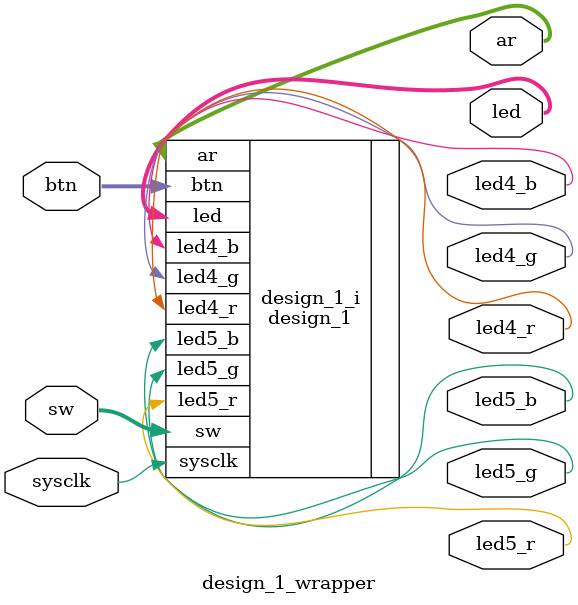
<source format=v>
`timescale 1 ps / 1 ps

module design_1_wrapper
   (ar,
    btn,
    led,
    led4_b,
    led4_g,
    led4_r,
    led5_b,
    led5_g,
    led5_r,
    sw,
    sysclk);
  output [7:0]ar;
  input [3:0]btn;
  output [3:0]led;
  output led4_b;
  output led4_g;
  output led4_r;
  output led5_b;
  output led5_g;
  output led5_r;
  input [1:0]sw;
  input sysclk;

  wire [7:0]ar;
  wire [3:0]btn;
  wire [3:0]led;
  wire led4_b;
  wire led4_g;
  wire led4_r;
  wire led5_b;
  wire led5_g;
  wire led5_r;
  wire [1:0]sw;
  wire sysclk;

  design_1 design_1_i
       (.ar(ar),
        .btn(btn),
        .led(led),
        .led4_b(led4_b),
        .led4_g(led4_g),
        .led4_r(led4_r),
        .led5_b(led5_b),
        .led5_g(led5_g),
        .led5_r(led5_r),
        .sw(sw),
        .sysclk(sysclk));
endmodule

</source>
